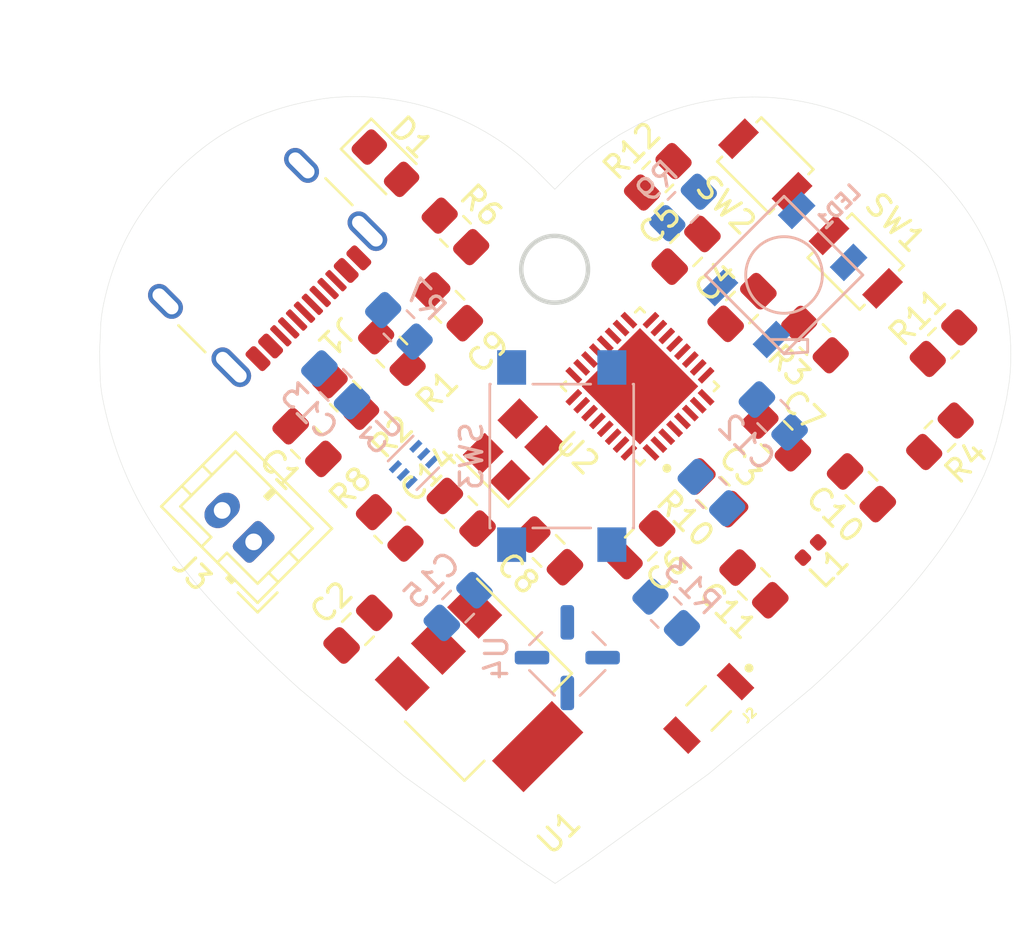
<source format=kicad_pcb>
(kicad_pcb (version 20221018) (generator pcbnew)
  (layers (0 "F.Cu" signal) (31 "B.Cu" signal) (34 "B.Paste" user) (35 "F.Paste" user) (36 "B.SilkS" user "B.Silkscreen") (37 "F.SilkS" user "F.Silkscreen") (38 "B.Mask" user) (39 "F.Mask" user) (44 "Edge.Cuts" user))
  (net 0 "")
  (net 1 "VPP")
  (net 2 "GND")
  (net 3 "+3V3")
  (net 4 "/XTAL_P")
  (net 5 "/XTAL_N")
  (net 6 "Net-(C10-Pad1)")
  (net 7 "/ANT")
  (net 8 "Net-(U2-VDD_SPI)")
  (net 9 "+5V")
  (net 10 "Net-(U4-VDD)")
  (net 11 "Net-(D1-K)")
  (net 12 "Net-(D1-A)")
  (net 13 "Net-(J1-CC1)")
  (net 14 "/USB_D+")
  (net 15 "/USB_D-")
  (net 17 "Net-(J1-CC2)")
  (net 20 "/RGB")
  (net 21 "/C3_02")
  (net 22 "/C3_08")
  (net 23 "Net-(U3-PROG)")
  (net 24 "/ADC_BM")
  (net 25 "/C3_EN")
  (net 26 "/BOOT")
  (net 27 "/USER_BTN")
  (footprint "Resistor_SMD:R_0805_2012Metric_Pad1.20x1.40mm_HandSolder" (layer "F.Cu") (at 180.594 80.01 -45)
    (fp_text reference "R1" (at 2.694077 -0.179605 -135) (layer "F.SilkS"))
    (fp_text value "5k1")
    (fp_line (start -0.227064 -0.735) (end 0.227064 -0.735) (stroke (width 0.12)) (layer "F.SilkS"))
    (fp_line (start -0.227064 0.735) (end 0.227064 0.735) (stroke (width 0.12)) (layer "F.SilkS"))
    (pad "1" smd roundrect (at -1 0 315) (size 1.2 1.4) (layers "F.Cu" "F.Paste" "F.Mask") (roundrect_rratio 0.208333) (net 13 "Net-(J1-CC1)"))
    (pad "2" smd roundrect (at 1 0 315) (size 1.2 1.4) (layers "F.Cu" "F.Paste" "F.Mask") (roundrect_rratio 0.208333) (net 2 "GND"))
  )
  (footprint "Capacitor_SMD:C_0805_2012Metric_Pad1.18x1.45mm_HandSolder" (layer "F.Cu") (at 183.706377 87.206377 135)
    (fp_text reference "C14" (at 2.246652 0.190919 225) (layer "F.SilkS"))
    (fp_text value "10u")
    (fp_line (start -0.261252 -0.735) (end 0.261252 -0.735) (stroke (width 0.12)) (layer "F.SilkS"))
    (fp_line (start -0.261252 0.735) (end 0.261252 0.735) (stroke (width 0.12)) (layer "F.SilkS"))
    (pad "1" smd roundrect (at -1.0375 0 135) (size 1.175 1.45) (layers "F.Cu" "F.Paste" "F.Mask") (roundrect_rratio 0.212766) (net 2 "GND"))
    (pad "2" smd roundrect (at 1.0375 0 135) (size 1.175 1.45) (layers "F.Cu" "F.Paste" "F.Mask") (roundrect_rratio 0.212766) (net 1 "VPP"))
  )
  (footprint "Capacitor_SMD:C_0805_2012Metric_Pad1.18x1.45mm_HandSolder" (layer "F.Cu") (at 201.676 86.106 135)
    (fp_text reference "C10" (at 0 -1.68 135) (layer "F.SilkS"))
    (fp_text value "15p")
    (fp_line (start -0.261252 -0.735) (end 0.261252 -0.735) (stroke (width 0.12)) (layer "F.SilkS"))
    (fp_line (start -0.261252 0.735) (end 0.261252 0.735) (stroke (width 0.12)) (layer "F.SilkS"))
    (pad "1" smd roundrect (at -1.0375 0 135) (size 1.175 1.45) (layers "F.Cu" "F.Paste" "F.Mask") (roundrect_rratio 0.212766) (net 6 "Net-(C10-Pad1)"))
    (pad "2" smd roundrect (at 1.0375 0 135) (size 1.175 1.45) (layers "F.Cu" "F.Paste" "F.Mask") (roundrect_rratio 0.212766) (net 2 "GND"))
  )
  (footprint "Capacitor_SMD:C_0805_2012Metric_Pad1.18x1.45mm_HandSolder" (layer "F.Cu") (at 187.63 88.94 -45)
    (fp_text reference "C8" (at -0.26163 1.689985 -45) (layer "F.SilkS"))
    (fp_text value "16p")
    (fp_line (start -0.261252 -0.735) (end 0.261252 -0.735) (stroke (width 0.12)) (layer "F.SilkS"))
    (fp_line (start -0.261252 0.735) (end 0.261252 0.735) (stroke (width 0.12)) (layer "F.SilkS"))
    (pad "1" smd roundrect (at -1.0375 0 315) (size 1.175 1.45) (layers "F.Cu" "F.Paste" "F.Mask") (roundrect_rratio 0.212766) (net 4 "/XTAL_P"))
    (pad "2" smd roundrect (at 1.0375 0 315) (size 1.175 1.45) (layers "F.Cu" "F.Paste" "F.Mask") (roundrect_rratio 0.212766) (net 2 "GND"))
  )
  (footprint "Resistor_SMD:R_0805_2012Metric_Pad1.20x1.40mm_HandSolder" (layer "F.Cu") (at 205.2 83.79 -135)
    (fp_text reference "R4" (at 0 -1.65 45) (layer "F.SilkS"))
    (fp_text value "10k")
    (fp_line (start -0.227064 -0.735) (end 0.227064 -0.735) (stroke (width 0.12)) (layer "F.SilkS"))
    (fp_line (start -0.227064 0.735) (end 0.227064 0.735) (stroke (width 0.12)) (layer "F.SilkS"))
    (pad "1" smd roundrect (at -1 0 225) (size 1.2 1.4) (layers "F.Cu" "F.Paste" "F.Mask") (roundrect_rratio 0.208333) (net 3 "+3V3"))
    (pad "2" smd roundrect (at 1 0 225) (size 1.2 1.4) (layers "F.Cu" "F.Paste" "F.Mask") (roundrect_rratio 0.208333) (net 22 "/C3_08"))
  )
  (footprint "Resistor_SMD:R_0805_2012Metric_Pad1.20x1.40mm_HandSolder" (layer "F.Cu") (at 178.507107 81.987107 -45)
    (fp_text reference "R2" (at 2.771707 -0.179605 -135) (layer "F.SilkS"))
    (fp_text value "5k1")
    (fp_line (start -0.227064 -0.735) (end 0.227064 -0.735) (stroke (width 0.12)) (layer "F.SilkS"))
    (fp_line (start -0.227064 0.735) (end 0.227064 0.735) (stroke (width 0.12)) (layer "F.SilkS"))
    (pad "1" smd roundrect (at -1 0 315) (size 1.2 1.4) (layers "F.Cu" "F.Paste" "F.Mask") (roundrect_rratio 0.208333) (net 17 "Net-(J1-CC2)"))
    (pad "2" smd roundrect (at 1 0 315) (size 1.2 1.4) (layers "F.Cu" "F.Paste" "F.Mask") (roundrect_rratio 0.208333) (net 2 "GND"))
  )
  (footprint "smd_ant:XDCR_AMCA31-2R450G-S1F-T3" (layer "F.Cu") (at 194.818 96.012 -135)
    (fp_text reference "J2" (at -1.06 -1.5 45) (layer "F.SilkS") (effects (font (size 0.393701 0.393701) (thickness 0.098425))))
    (fp_text value "CONUFL001-SMD-T")
    (fp_line (start -0.6 -0.8) (end 0.6 -0.8) (stroke (width 0.127)) (layer "F.SilkS"))
    (fp_line (start -0.6 0.8) (end 0.6 0.8) (stroke (width 0.127)) (layer "F.SilkS"))
    (fp_circle (center -2.558 0) (end -2.458 0) (stroke (width 0.2)) (fill none) (layer "F.SilkS"))
    (pad "1" smd rect (at -1.7 0 225) (size 0.8 1.6) (layers "F.Cu" "F.Paste" "F.Mask") (net 6 "Net-(C10-Pad1)"))
    (pad "2" smd rect (at 1.7 0 225) (size 0.8 1.6) (layers "F.Cu" "F.Paste" "F.Mask") (net 2 "GND"))
  )
  (footprint "Resistor_SMD:R_0805_2012Metric_Pad1.20x1.40mm_HandSolder" (layer "F.Cu") (at 205.36 79.61 45)
    (fp_text reference "R11" (at 0 -1.65 45) (layer "F.SilkS"))
    (fp_text value "10k")
    (fp_line (start -0.227064 -0.735) (end 0.227064 -0.735) (stroke (width 0.12)) (layer "F.SilkS"))
    (fp_line (start -0.227064 0.735) (end 0.227064 0.735) (stroke (width 0.12)) (layer "F.SilkS"))
    (pad "1" smd roundrect (at -1 0 45) (size 1.2 1.4) (layers "F.Cu" "F.Paste" "F.Mask") (roundrect_rratio 0.208333) (net 3 "+3V3"))
    (pad "2" smd roundrect (at 1 0 45) (size 1.2 1.4) (layers "F.Cu" "F.Paste" "F.Mask") (roundrect_rratio 0.208333) (net 25 "/C3_EN"))
  )
  (footprint "Capacitor_SMD:C_0805_2012Metric_Pad1.18x1.45mm_HandSolder" (layer "F.Cu") (at 196.313623 78.006377 45)
    (fp_text reference "C4" (at 0 -1.68 45) (layer "F.SilkS"))
    (fp_text value "10u")
    (fp_line (start -0.261252 -0.735) (end 0.261252 -0.735) (stroke (width 0.12)) (layer "F.SilkS"))
    (fp_line (start -0.261252 0.735) (end 0.261252 0.735) (stroke (width 0.12)) (layer "F.SilkS"))
    (pad "1" smd roundrect (at -1.0375 0 45) (size 1.175 1.45) (layers "F.Cu" "F.Paste" "F.Mask") (roundrect_rratio 0.212766) (net 3 "+3V3"))
    (pad "2" smd roundrect (at 1.0375 0 45) (size 1.175 1.45) (layers "F.Cu" "F.Paste" "F.Mask") (roundrect_rratio 0.212766) (net 2 "GND"))
  )
  (footprint "Capacitor_SMD:C_0805_2012Metric_Pad1.18x1.45mm_HandSolder" (layer "F.Cu") (at 176.784 84.074 135)
    (fp_text reference "C1" (at 0 -1.68 135) (layer "F.SilkS"))
    (fp_text value "10u")
    (fp_line (start -0.261252 -0.735) (end 0.261252 -0.735) (stroke (width 0.12)) (layer "F.SilkS"))
    (fp_line (start -0.261252 0.735) (end 0.261252 0.735) (stroke (width 0.12)) (layer "F.SilkS"))
    (pad "1" smd roundrect (at -1.0375 0 135) (size 1.175 1.45) (layers "F.Cu" "F.Paste" "F.Mask") (roundrect_rratio 0.212766) (net 1 "VPP"))
    (pad "2" smd roundrect (at 1.0375 0 135) (size 1.175 1.45) (layers "F.Cu" "F.Paste" "F.Mask") (roundrect_rratio 0.212766) (net 2 "GND"))
  )
  (footprint "Capacitor_SMD:C_0805_2012Metric_Pad1.18x1.45mm_HandSolder" (layer "F.Cu") (at 196.85 90.424 135)
    (fp_text reference "C11" (at 0 -1.68 135) (layer "F.SilkS"))
    (fp_text value "15p")
    (fp_line (start -0.261252 -0.735) (end 0.261252 -0.735) (stroke (width 0.12)) (layer "F.SilkS"))
    (fp_line (start -0.261252 0.735) (end 0.261252 0.735) (stroke (width 0.12)) (layer "F.SilkS"))
    (pad "1" smd roundrect (at -1.0375 0 135) (size 1.175 1.45) (layers "F.Cu" "F.Paste" "F.Mask") (roundrect_rratio 0.212766) (net 7 "/ANT"))
    (pad "2" smd roundrect (at 1.0375 0 135) (size 1.175 1.45) (layers "F.Cu" "F.Paste" "F.Mask") (roundrect_rratio 0.212766) (net 2 "GND"))
  )
  (footprint "Crystal:Crystal_SMD_3225-4Pin_3.2x2.5mm" (layer "F.Cu") (at 186.073223 84.378858 45)
    (fp_text reference "Y1" hide)
    (fp_text value "ABM8-272-T3")
    (fp_line (start -2 -1.65) (end -2 1.65) (stroke (width 0.12)) (layer "F.SilkS"))
    (fp_line (start -2 1.65) (end 2 1.65) (stroke (width 0.12)) (layer "F.SilkS"))
    (pad "1" smd rect (at -1.1 0.85 45) (size 1.4 1.2) (layers "F.Cu" "F.Paste" "F.Mask") (net 4 "/XTAL_P"))
    (pad "2" smd rect (at 1.1 0.85 45) (size 1.4 1.2) (layers "F.Cu" "F.Paste" "F.Mask") (net 2 "GND"))
    (pad "3" smd rect (at 1.1 -0.85 45) (size 1.4 1.2) (layers "F.Cu" "F.Paste" "F.Mask") (net 5 "/XTAL_N"))
    (pad "4" smd rect (at -1.1 -0.85 45) (size 1.4 1.2) (layers "F.Cu" "F.Paste" "F.Mask") (net 2 "GND"))
  )
  (footprint "Resistor_SMD:R_0805_2012Metric_Pad1.20x1.40mm_HandSolder" (layer "F.Cu") (at 192.532 72.136 45)
    (fp_text reference "R12" (at 0 -1.65 45) (layer "F.SilkS"))
    (fp_text value "10k")
    (fp_line (start -0.227064 -0.735) (end 0.227064 -0.735) (stroke (width 0.12)) (layer "F.SilkS"))
    (fp_line (start -0.227064 0.735) (end 0.227064 0.735) (stroke (width 0.12)) (layer "F.SilkS"))
    (pad "1" smd roundrect (at -1 0 45) (size 1.2 1.4) (layers "F.Cu" "F.Paste" "F.Mask") (roundrect_rratio 0.208333) (net 3 "+3V3"))
    (pad "2" smd roundrect (at 1 0 45) (size 1.2 1.4) (layers "F.Cu" "F.Paste" "F.Mask") (roundrect_rratio 0.208333) (net 26 "/BOOT"))
  )
  (footprint "Button_Switch_SMD:SW_SPST_B3U-1000P" (layer "F.Cu") (at 197.358 71.628 135)
    (fp_text reference "SW2" (at 0 -2.5 135) (layer "F.SilkS"))
    (fp_text value "SW_Push")
    (fp_line (start -1.65 -1.4) (end 1.65 -1.4) (stroke (width 0.12)) (layer "F.SilkS"))
    (fp_line (start -1.65 -1.1) (end -1.65 -1.4) (stroke (width 0.12)) (layer "F.SilkS"))
    (fp_line (start -1.65 1.1) (end -1.65 1.4) (stroke (width 0.12)) (layer "F.SilkS"))
    (fp_line (start -1.65 1.4) (end 1.65 1.4) (stroke (width 0.12)) (layer "F.SilkS"))
    (fp_line (start 1.65 -1.4) (end 1.65 -1.1) (stroke (width 0.12)) (layer "F.SilkS"))
    (fp_line (start 1.65 1.4) (end 1.65 1.1) (stroke (width 0.12)) (layer "F.SilkS"))
    (pad "1" smd rect (at -1.7 0 135) (size 0.9 1.7) (layers "F.Cu" "F.Paste" "F.Mask") (net 2 "GND"))
    (pad "2" smd rect (at 1.7 0 135) (size 0.9 1.7) (layers "F.Cu" "F.Paste" "F.Mask") (net 26 "/BOOT"))
  )
  (footprint "Inductor_SMD:L_0402_1005Metric" (layer "F.Cu") (at 199.39 88.9 -135)
    (fp_text reference "L1" (at 0 -1.17 45) (layer "F.SilkS"))
    (fp_text value "1nH")
    (pad "1" smd roundrect (at -0.485 0 225) (size 0.59 0.64) (layers "F.Cu" "F.Paste" "F.Mask") (net 6 "Net-(C10-Pad1)"))
    (pad "2" smd roundrect (at 0.485 0 225) (size 0.59 0.64) (layers "F.Cu" "F.Paste" "F.Mask") (net 7 "/ANT"))
  )
  (footprint "Capacitor_SMD:C_0805_2012Metric_Pad1.18x1.45mm_HandSolder" (layer "F.Cu") (at 179.07 92.456 45)
    (fp_text reference "C2" (at 0 -1.68 45) (layer "F.SilkS"))
    (fp_text value "10u")
    (fp_line (start -0.261252 -0.735) (end 0.261252 -0.735) (stroke (width 0.12)) (layer "F.SilkS"))
    (fp_line (start -0.261252 0.735) (end 0.261252 0.735) (stroke (width 0.12)) (layer "F.SilkS"))
    (pad "1" smd roundrect (at -1.0375 0 45) (size 1.175 1.45) (layers "F.Cu" "F.Paste" "F.Mask") (roundrect_rratio 0.212766) (net 3 "+3V3"))
    (pad "2" smd roundrect (at 1.0375 0 45) (size 1.175 1.45) (layers "F.Cu" "F.Paste" "F.Mask") (roundrect_rratio 0.212766) (net 2 "GND"))
  )
  (footprint "Capacitor_SMD:C_0805_2012Metric_Pad1.18x1.45mm_HandSolder" (layer "F.Cu") (at 193.802 75.438 45)
    (fp_text reference "C5" (at 0 -1.68 45) (layer "F.SilkS"))
    (fp_text value "10u")
    (fp_line (start -0.261252 -0.735) (end 0.261252 -0.735) (stroke (width 0.12)) (layer "F.SilkS"))
    (fp_line (start -0.261252 0.735) (end 0.261252 0.735) (stroke (width 0.12)) (layer "F.SilkS"))
    (pad "1" smd roundrect (at -1.0375 0 45) (size 1.175 1.45) (layers "F.Cu" "F.Paste" "F.Mask") (roundrect_rratio 0.212766) (net 3 "+3V3"))
    (pad "2" smd roundrect (at 1.0375 0 45) (size 1.175 1.45) (layers "F.Cu" "F.Paste" "F.Mask") (roundrect_rratio 0.212766) (net 2 "GND"))
  )
  (footprint "Capacitor_SMD:C_0805_2012Metric_Pad1.18x1.45mm_HandSolder" (layer "F.Cu") (at 195.043623 86.331623 -45)
    (fp_text reference "C3" (at 0 -1.68 135) (layer "F.SilkS"))
    (fp_text value "10u")
    (fp_line (start -0.261252 -0.735) (end 0.261252 -0.735) (stroke (width 0.12)) (layer "F.SilkS"))
    (fp_line (start -0.261252 0.735) (end 0.261252 0.735) (stroke (width 0.12)) (layer "F.SilkS"))
    (pad "1" smd roundrect (at -1.0375 0 315) (size 1.175 1.45) (layers "F.Cu" "F.Paste" "F.Mask") (roundrect_rratio 0.212766) (net 3 "+3V3"))
    (pad "2" smd roundrect (at 1.0375 0 315) (size 1.175 1.45) (layers "F.Cu" "F.Paste" "F.Mask") (roundrect_rratio 0.212766) (net 2 "GND"))
  )
  (footprint "Capacitor_SMD:C_0805_2012Metric_Pad1.18x1.45mm_HandSolder" (layer "F.Cu") (at 197.866 83.82 -45)
    (fp_text reference "C7" (at 0 -1.68 135) (layer "F.SilkS"))
    (fp_text value "0.1u")
    (fp_line (start -0.261252 -0.735) (end 0.261252 -0.735) (stroke (width 0.12)) (layer "F.SilkS"))
    (fp_line (start -0.261252 0.735) (end 0.261252 0.735) (stroke (width 0.12)) (layer "F.SilkS"))
    (pad "1" smd roundrect (at -1.0375 0 315) (size 1.175 1.45) (layers "F.Cu" "F.Paste" "F.Mask") (roundrect_rratio 0.212766) (net 3 "+3V3"))
    (pad "2" smd roundrect (at 1.0375 0 315) (size 1.175 1.45) (layers "F.Cu" "F.Paste" "F.Mask") (roundrect_rratio 0.212766) (net 2 "GND"))
  )
  (footprint "Capacitor_SMD:C_0805_2012Metric_Pad1.18x1.45mm_HandSolder" (layer "F.Cu") (at 191.77 88.6675 -135)
    (fp_text reference "C6" (at 0 -1.68 45) (layer "F.SilkS"))
    (fp_text value "0.1u")
    (fp_line (start -0.261252 -0.735) (end 0.261252 -0.735) (stroke (width 0.12)) (layer "F.SilkS"))
    (fp_line (start -0.261252 0.735) (end 0.261252 0.735) (stroke (width 0.12)) (layer "F.SilkS"))
    (pad "1" smd roundrect (at -1.0375 0 225) (size 1.175 1.45) (layers "F.Cu" "F.Paste" "F.Mask") (roundrect_rratio 0.212766) (net 3 "+3V3"))
    (pad "2" smd roundrect (at 1.0375 0 225) (size 1.175 1.45) (layers "F.Cu" "F.Paste" "F.Mask") (roundrect_rratio 0.212766) (net 2 "GND"))
  )
  (footprint "esp32c3fh4:QFN50P500X500X90-33N" (layer "F.Cu") (at 191.730924 81.547025 135)
    (fp_text reference "U2" (at -0.135 -4.105 135) (layer "F.SilkS"))
    (fp_text value "ESP32-C3FH4")
    (fp_line (start -2.5 -2.5) (end -2.5 -2.205) (stroke (width 0.127)) (layer "F.SilkS"))
    (fp_line (start -2.5 -2.5) (end -2.205 -2.5) (stroke (width 0.127)) (layer "F.SilkS"))
    (fp_line (start -2.5 2.5) (end -2.5 2.205) (stroke (width 0.127)) (layer "F.SilkS"))
    (fp_line (start -2.5 2.5) (end -2.205 2.5) (stroke (width 0.127)) (layer "F.SilkS"))
    (fp_line (start 2.5 -2.5) (end 2.205 -2.5) (stroke (width 0.127)) (layer "F.SilkS"))
    (fp_line (start 2.5 -2.5) (end 2.5 -2.205) (stroke (width 0.127)) (layer "F.SilkS"))
    (fp_line (start 2.5 2.5) (end 2.205 2.5) (stroke (width 0.127)) (layer "F.SilkS"))
    (fp_line (start 2.5 2.5) (end 2.5 2.205) (stroke (width 0.127)) (layer "F.SilkS"))
    (fp_circle (center -3.46 -1.75) (end -3.36 -1.75) (stroke (width 0.2)) (fill none) (layer "F.SilkS"))
    (pad "1" smd roundrect (at -2.45 -1.75 135) (size 0.81 0.27) (layers "F.Cu" "F.Paste" "F.Mask") (roundrect_rratio 0.03) (net 7 "/ANT"))
    (pad "2" smd roundrect (at -2.45 -1.25 135) (size 0.81 0.27) (layers "F.Cu" "F.Paste" "F.Mask") (roundrect_rratio 0.03) (net 3 "+3V3"))
    (pad "3" smd roundrect (at -2.45 -0.75 135) (size 0.81 0.27) (layers "F.Cu" "F.Paste" "F.Mask") (roundrect_rratio 0.03) (net 3 "+3V3"))
    (pad "4" smd roundrect (at -2.45 -0.25 135) (size 0.81 0.27) (layers "F.Cu" "F.Paste" "F.Mask") (roundrect_rratio 0.03))
    (pad "5" smd roundrect (at -2.45 0.25 135) (size 0.81 0.27) (layers "F.Cu" "F.Paste" "F.Mask") (roundrect_rratio 0.03))
    (pad "6" smd roundrect (at -2.45 0.75 135) (size 0.81 0.27) (layers "F.Cu" "F.Paste" "F.Mask") (roundrect_rratio 0.03) (net 21 "/C3_02"))
    (pad "7" smd roundrect (at -2.45 1.25 135) (size 0.81 0.27) (layers "F.Cu" "F.Paste" "F.Mask") (roundrect_rratio 0.03) (net 25 "/C3_EN"))
    (pad "8" smd roundrect (at -2.45 1.75 135) (size 0.81 0.27) (layers "F.Cu" "F.Paste" "F.Mask") (roundrect_rratio 0.03))
    (pad "9" smd roundrect (at -1.75 2.45 135) (size 0.27 0.81) (layers "F.Cu" "F.Paste" "F.Mask") (roundrect_rratio 0.1) (net 24 "/ADC_BM"))
    (pad "10" smd roundrect (at -1.25 2.45 135) (size 0.27 0.81) (layers "F.Cu" "F.Paste" "F.Mask") (roundrect_rratio 0.1))
    (pad "11" smd roundrect (at -0.75 2.45 135) (size 0.27 0.81) (layers "F.Cu" "F.Paste" "F.Mask") (roundrect_rratio 0.1) (net 3 "+3V3"))
    (pad "12" smd roundrect (at -0.25 2.45 135) (size 0.27 0.81) (layers "F.Cu" "F.Paste" "F.Mask") (roundrect_rratio 0.1) (net 20 "/RGB"))
    (pad "13" smd roundrect (at 0.25 2.45 135) (size 0.27 0.81) (layers "F.Cu" "F.Paste" "F.Mask") (roundrect_rratio 0.1))
    (pad "14" smd roundrect (at 0.75 2.45 135) (size 0.27 0.81) (layers "F.Cu" "F.Paste" "F.Mask") (roundrect_rratio 0.1) (net 22 "/C3_08"))
    (pad "15" smd roundrect (at 1.25 2.45 135) (size 0.27 0.81) (layers "F.Cu" "F.Paste" "F.Mask") (roundrect_rratio 0.1) (net 26 "/BOOT"))
    (pad "16" smd roundrect (at 1.75 2.45 135) (size 0.27 0.81) (layers "F.Cu" "F.Paste" "F.Mask") (roundrect_rratio 0.1) (net 27 "/USER_BTN"))
    (pad "17" smd roundrect (at 2.45 1.75 135) (size 0.81 0.27) (layers "F.Cu" "F.Paste" "F.Mask") (roundrect_rratio 0.03) (net 3 "+3V3"))
    (pad "18" smd roundrect (at 2.45 1.25 135) (size 0.81 0.27) (layers "F.Cu" "F.Paste" "F.Mask") (roundrect_rratio 0.03) (net 8 "Net-(U2-VDD_SPI)"))
    (pad "19" smd roundrect (at 2.45 0.75 135) (size 0.81 0.27) (layers "F.Cu" "F.Paste" "F.Mask") (roundrect_rratio 0.03))
    (pad "20" smd roundrect (at 2.45 0.25 135) (size 0.81 0.27) (layers "F.Cu" "F.Paste" "F.Mask") (roundrect_rratio 0.03))
    (pad "21" smd roundrect (at 2.45 -0.25 135) (size 0.81 0.27) (layers "F.Cu" "F.Paste" "F.Mask") (roundrect_rratio 0.03))
    (pad "22" smd roundrect (at 2.45 -0.75 135) (size 0.81 0.27) (layers "F.Cu" "F.Paste" "F.Mask") (roundrect_rratio 0.03))
    (pad "23" smd roundrect (at 2.45 -1.25 135) (size 0.81 0.27) (layers "F.Cu" "F.Paste" "F.Mask") (roundrect_rratio 0.03))
    (pad "24" smd roundrect (at 2.45 -1.75 135) (size 0.81 0.27) (layers "F.Cu" "F.Paste" "F.Mask") (roundrect_rratio 0.03))
    (pad "25" smd roundrect (at 1.75 -2.45 135) (size 0.27 0.81) (layers "F.Cu" "F.Paste" "F.Mask") (roundrect_rratio 0.1) (net 15 "/USB_D-"))
    (pad "26" smd roundrect (at 1.25 -2.45 135) (size 0.27 0.81) (layers "F.Cu" "F.Paste" "F.Mask") (roundrect_rratio 0.1) (net 14 "/USB_D+"))
    (pad "27" smd roundrect (at 0.75 -2.45 135) (size 0.27 0.81) (layers "F.Cu" "F.Paste" "F.Mask") (roundrect_rratio 0.1))
    (pad "28" smd roundrect (at 0.25 -2.45 135) (size 0.27 0.81) (layers "F.Cu" "F.Paste" "F.Mask") (roundrect_rratio 0.1))
    (pad "29" smd roundrect (at -0.25 -2.45 135) (size 0.27 0.81) (layers "F.Cu" "F.Paste" "F.Mask") (roundrect_rratio 0.1) (net 5 "/XTAL_N"))
    (pad "30" smd roundrect (at -0.75 -2.45 135) (size 0.27 0.81) (layers "F.Cu" "F.Paste" "F.Mask") (roundrect_rratio 0.1) (net 4 "/XTAL_P"))
    (pad "31" smd roundrect (at -1.25 -2.45 135) (size 0.27 0.81) (layers "F.Cu" "F.Paste" "F.Mask") (roundrect_rratio 0.1) (net 3 "+3V3"))
    (pad "32" smd roundrect (at -1.75 -2.45 135) (size 0.27 0.81) (layers "F.Cu" "F.Paste" "F.Mask") (roundrect_rratio 0.1) (net 3 "+3V3"))
    (pad "33" smd rect (at 0 0 135) (size 3.7 3.7) (layers "F.Cu" "F.Mask") (net 2 "GND"))
  )
  (footprint "Connector_USB:USB_C_Receptacle_GCT_USB4105-xx-A_16P_TopMnt_Horizontal" (layer "F.Cu") (at 174.244 75.438 -135)
    (fp_text reference "J1" (at 0 -5.5 -135 unlocked) (layer "F.SilkS"))
    (fp_text value "USB_C_Receptacle_USB2.0")
    (fp_line (start -4.67 -0.1) (end -4.67 -1.8) (stroke (width 0.12)) (layer "F.SilkS"))
    (fp_line (start 4.67 -0.1) (end 4.67 -1.8) (stroke (width 0.12)) (layer "F.SilkS"))
    (pad "" np_thru_hole circle (at -2.89 -2.605 225) (size 0.65 0.65) (drill 0.65) (layers "F&B.Cu" "*.Mask"))
    (pad "" np_thru_hole circle (at 2.89 -2.605 225) (size 0.65 0.65) (drill 0.65) (layers "F&B.Cu" "*.Mask"))
    (pad "A1" smd roundrect (at -3.2 -3.68 225) (size 0.6 1.15) (layers "F.Cu" "F.Paste" "F.Mask") (net 2 "GND"))
    (pad "A4" smd roundrect (at -2.4 -3.68 225) (size 0.6 1.15) (layers "F.Cu" "F.Paste" "F.Mask") (net 9 "+5V"))
    (pad "A5" smd roundrect (at -1.25 -3.68 225) (size 0.3 1.15) (layers "F.Cu" "F.Paste" "F.Mask") (net 13 "Net-(J1-CC1)"))
    (pad "A6" smd roundrect (at -0.25 -3.68 225) (size 0.3 1.15) (layers "F.Cu" "F.Paste" "F.Mask") (net 14 "/USB_D+"))
    (pad "A7" smd roundrect (at 0.25 -3.68 225) (size 0.3 1.15) (layers "F.Cu" "F.Paste" "F.Mask") (net 15 "/USB_D-"))
    (pad "A8" smd roundrect (at 1.25 -3.68 225) (size 0.3 1.15) (layers "F.Cu" "F.Paste" "F.Mask"))
    (pad "A9" smd roundrect (at 2.4 -3.68 225) (size 0.6 1.15) (layers "F.Cu" "F.Paste" "F.Mask") (net 9 "+5V"))
    (pad "A12" smd roundrect (at 3.2 -3.68 225) (size 0.6 1.15) (layers "F.Cu" "F.Paste" "F.Mask") (net 2 "GND"))
    (pad "B1" smd roundrect (at 3.2 -3.68 225) (size 0.6 1.15) (layers "F.Cu" "F.Paste" "F.Mask") (net 2 "GND"))
    (pad "B4" smd roundrect (at 2.4 -3.68 225) (size 0.6 1.15) (layers "F.Cu" "F.Paste" "F.Mask") (net 9 "+5V"))
    (pad "B5" smd roundrect (at 1.75 -3.68 225) (size 0.3 1.15) (layers "F.Cu" "F.Paste" "F.Mask") (net 17 "Net-(J1-CC2)"))
    (pad "B6" smd roundrect (at 0.75 -3.68 225) (size 0.3 1.15) (layers "F.Cu" "F.Paste" "F.Mask") (net 14 "/USB_D+"))
    (pad "B7" smd roundrect (at -0.75 -3.68 225) (size 0.3 1.15) (layers "F.Cu" "F.Paste" "F.Mask") (net 15 "/USB_D-"))
    (pad "B8" smd roundrect (at -1.75 -3.68 225) (size 0.3 1.15) (layers "F.Cu" "F.Paste" "F.Mask"))
    (pad "B9" smd roundrect (at -2.4 -3.68 225) (size 0.6 1.15) (layers "F.Cu" "F.Paste" "F.Mask") (net 9 "+5V"))
    (pad "B12" smd roundrect (at -3.2 -3.68 225) (size 0.6 1.15) (layers "F.Cu" "F.Paste" "F.Mask") (net 2 "GND"))
    (pad "S1" thru_hole oval (at -4.32 -3.105 225) (size 1 2.1) (drill oval 0.6 1.7) (layers "*.Cu" "*.Mask" "F.Paste") (net 2 "GND"))
    (pad "S1" thru_hole oval (at -4.32 1.075 225) (size 1 1.8) (drill oval 0.6 1.4) (layers "*.Cu" "*.Mask" "F.Paste") (net 2 "GND"))
    (pad "S1" thru_hole oval (at 4.32 -3.105 225) (size 1 2.1) (drill oval 0.6 1.7) (layers "*.Cu" "*.Mask" "F.Paste") (net 2 "GND"))
    (pad "S1" thru_hole oval (at 4.32 1.075 225) (size 1 1.8) (drill oval 0.6 1.4) (layers "*.Cu" "*.Mask" "F.Paste") (net 2 "GND"))
  )
  (footprint "Button_Switch_SMD:SW_SPST_B3U-1000P" (layer "F.Cu") (at 201.422 75.946 -45)
    (fp_text reference "SW1" (at 0 -2.5 135) (layer "F.SilkS"))
    (fp_text value "SW_Push")
    (fp_line (start -1.65 -1.4) (end 1.65 -1.4) (stroke (width 0.12)) (layer "F.SilkS"))
    (fp_line (start -1.65 -1.1) (end -1.65 -1.4) (stroke (width 0.12)) (layer "F.SilkS"))
    (fp_line (start -1.65 1.1) (end -1.65 1.4) (stroke (width 0.12)) (layer "F.SilkS"))
    (fp_line (start -1.65 1.4) (end 1.65 1.4) (stroke (width 0.12)) (layer "F.SilkS"))
    (fp_line (start 1.65 -1.4) (end 1.65 -1.1) (stroke (width 0.12)) (layer "F.SilkS"))
    (fp_line (start 1.65 1.4) (end 1.65 1.1) (stroke (width 0.12)) (layer "F.SilkS"))
    (pad "1" smd rect (at -1.7 0 315) (size 0.9 1.7) (layers "F.Cu" "F.Paste" "F.Mask") (net 2 "GND"))
    (pad "2" smd rect (at 1.7 0 315) (size 0.9 1.7) (layers "F.Cu" "F.Paste" "F.Mask") (net 25 "/C3_EN"))
  )
  (footprint "Resistor_SMD:R_0805_2012Metric_Pad1.20x1.40mm_HandSolder" (layer "F.Cu") (at 183.447107 74.587107 -45)
    (fp_text reference "R6" (at 0 -1.65 135) (layer "F.SilkS"))
    (fp_text value "1k")
    (fp_line (start -0.227064 -0.735) (end 0.227064 -0.735) (stroke (width 0.12)) (layer "F.SilkS"))
    (fp_line (start -0.227064 0.735) (end 0.227064 0.735) (stroke (width 0.12)) (layer "F.SilkS"))
    (pad "1" smd roundrect (at -1 0 315) (size 1.2 1.4) (layers "F.Cu" "F.Paste" "F.Mask") (roundrect_rratio 0.208333) (net 12 "Net-(D1-A)"))
    (pad "2" smd roundrect (at 1 0 315) (size 1.2 1.4) (layers "F.Cu" "F.Paste" "F.Mask") (roundrect_rratio 0.208333) (net 9 "+5V"))
  )
  (footprint "Resistor_SMD:R_0805_2012Metric_Pad1.20x1.40mm_HandSolder" (layer "F.Cu") (at 180.497107 87.907107 -45)
    (fp_text reference "R8" (at -2.52028 -0.021213 -135) (layer "F.SilkS"))
    (fp_text value "100")
    (fp_line (start -0.227064 -0.735) (end 0.227064 -0.735) (stroke (width 0.12)) (layer "F.SilkS"))
    (fp_line (start -0.227064 0.735) (end 0.227064 0.735) (stroke (width 0.12)) (layer "F.SilkS"))
    (pad "1" smd roundrect (at -1 0 315) (size 1.2 1.4) (layers "F.Cu" "F.Paste" "F.Mask") (roundrect_rratio 0.208333) (net 1 "VPP"))
    (pad "2" smd roundrect (at 1 0 315) (size 1.2 1.4) (layers "F.Cu" "F.Paste" "F.Mask") (roundrect_rratio 0.208333) (net 10 "Net-(U4-VDD)"))
  )
  (footprint "Capacitor_SMD:C_0805_2012Metric_Pad1.18x1.45mm_HandSolder" (layer "F.Cu") (at 183.134 77.978 135)
    (fp_text reference "C9" (at -2.694077 -0.179605 225) (layer "F.SilkS"))
    (fp_text value "16p")
    (fp_line (start -0.261252 -0.735) (end 0.261252 -0.735) (stroke (width 0.12)) (layer "F.SilkS"))
    (fp_line (start -0.261252 0.735) (end 0.261252 0.735) (stroke (width 0.12)) (layer "F.SilkS"))
    (pad "1" smd roundrect (at -1.0375 0 135) (size 1.175 1.45) (layers "F.Cu" "F.Paste" "F.Mask") (roundrect_rratio 0.212766) (net 5 "/XTAL_N"))
    (pad "2" smd roundrect (at 1.0375 0 135) (size 1.175 1.45) (layers "F.Cu" "F.Paste" "F.Mask") (roundrect_rratio 0.212766) (net 2 "GND"))
  )
  (footprint "Connector_JST:JST_PH_B2B-PH-K_1x02_P2.00mm_Vertical" (layer "F.Cu") (at 174.388214 88.536214 135)
    (fp_text reference "J3" (at 1 -2.9 135) (layer "F.SilkS"))
    (fp_text value "Conn_01x02_Pin")
    (fp_line (start -2.36 -2.11) (end -2.36 -0.86) (stroke (width 0.12)) (layer "F.SilkS"))
    (fp_line (start -2.06 -1.81) (end -2.06 2.91) (stroke (width 0.12)) (layer "F.SilkS"))
    (fp_line (start -2.06 -0.5) (end -1.45 -0.5) (stroke (width 0.12)) (layer "F.SilkS"))
    (fp_line (start -2.06 0.8) (end -1.45 0.8) (stroke (width 0.12)) (layer "F.SilkS"))
    (fp_line (start -2.06 2.91) (end 4.06 2.91) (stroke (width 0.12)) (layer "F.SilkS"))
    (fp_line (start -1.45 -1.2) (end -1.45 2.3) (stroke (width 0.12)) (layer "F.SilkS"))
    (fp_line (start -1.45 2.3) (end 3.45 2.3) (stroke (width 0.12)) (layer "F.SilkS"))
    (fp_line (start -1.11 -2.11) (end -2.36 -2.11) (stroke (width 0.12)) (layer "F.SilkS"))
    (fp_line (start -0.6 -2.01) (end -0.6 -1.81) (stroke (width 0.12)) (layer "F.SilkS"))
    (fp_line (start -0.3 -2.01) (end -0.6 -2.01) (stroke (width 0.12)) (layer "F.SilkS"))
    (fp_line (start -0.3 -1.91) (end -0.6 -1.91) (stroke (width 0.12)) (layer "F.SilkS"))
    (fp_line (start -0.3 -1.81) (end -0.3 -2.01) (stroke (width 0.12)) (layer "F.SilkS"))
    (fp_line (start 0.5 -1.81) (end 0.5 -1.2) (stroke (width 0.12)) (layer "F.SilkS"))
    (fp_line (start 0.5 -1.2) (end -1.45 -1.2) (stroke (width 0.12)) (layer "F.SilkS"))
    (fp_line (start 0.9 1.8) (end 1.1 1.8) (stroke (width 0.12)) (layer "F.SilkS"))
    (fp_line (start 0.9 2.3) (end 0.9 1.8) (stroke (width 0.12)) (layer "F.SilkS"))
    (fp_line (start 1 2.3) (end 1 1.8) (stroke (width 0.12)) (layer "F.SilkS"))
    (fp_line (start 1.1 1.8) (end 1.1 2.3) (stroke (width 0.12)) (layer "F.SilkS"))
    (fp_line (start 1.5 -1.2) (end 1.5 -1.81) (stroke (width 0.12)) (layer "F.SilkS"))
    (fp_line (start 3.45 -1.2) (end 1.5 -1.2) (stroke (width 0.12)) (layer "F.SilkS"))
    (fp_line (start 3.45 2.3) (end 3.45 -1.2) (stroke (width 0.12)) (layer "F.SilkS"))
    (fp_line (start 4.06 -1.81) (end -2.06 -1.81) (stroke (width 0.12)) (layer "F.SilkS"))
    (fp_line (start 4.06 -0.5) (end 3.45 -0.5) (stroke (width 0.12)) (layer "F.SilkS"))
    (fp_line (start 4.06 0.8) (end 3.45 0.8) (stroke (width 0.12)) (layer "F.SilkS"))
    (fp_line (start 4.06 2.91) (end 4.06 -1.81) (stroke (width 0.12)) (layer "F.SilkS"))
    (pad "1" thru_hole roundrect (at 0 0 135) (size 1.2 1.75) (drill 0.75) (layers "*.Cu" "*.Mask") (roundrect_rratio 0.208333) (net 1 "VPP"))
    (pad "2" thru_hole oval (at 2 0 135) (size 1.2 1.75) (drill 0.75) (layers "*.Cu" "*.Mask") (net 2 "GND"))
  )
  (footprint "LED_SMD:LED_0805_2012Metric_Pad1.15x1.40mm_HandSolder" (layer "F.Cu") (at 180.305216 71.525216 -45)
    (fp_text reference "D1" (at 0 -1.65 135) (layer "F.SilkS"))
    (fp_text value "LED_Small")
    (fp_line (start -1.86 -0.96) (end -1.86 0.96) (stroke (width 0.12)) (layer "F.SilkS"))
    (fp_line (start -1.86 0.96) (end 1 0.96) (stroke (width 0.12)) (layer "F.SilkS"))
    (fp_line (start 1 -0.96) (end -1.86 -0.96) (stroke (width 0.12)) (layer "F.SilkS"))
    (pad "1" smd roundrect (at -1.025 0 315) (size 1.15 1.4) (layers "F.Cu" "F.Paste" "F.Mask") (roundrect_rratio 0.217391) (net 11 "Net-(D1-K)"))
    (pad "2" smd roundrect (at 1.025 0 315) (size 1.15 1.4) (layers "F.Cu" "F.Paste" "F.Mask") (roundrect_rratio 0.217391) (net 12 "Net-(D1-A)"))
  )
  (footprint "Resistor_SMD:R_0805_2012Metric_Pad1.20x1.40mm_HandSolder" (layer "F.Cu") (at 199.589107 79.447107 135)
    (fp_text reference "R3" (at 0 -1.65 135) (layer "F.SilkS"))
    (fp_text value "10k")
    (fp_line (start -0.227064 -0.735) (end 0.227064 -0.735) (stroke (width 0.12)) (layer "F.SilkS"))
    (fp_line (start -0.227064 0.735) (end 0.227064 0.735) (stroke (width 0.12)) (layer "F.SilkS"))
    (pad "1" smd roundrect (at -1 0 135) (size 1.2 1.4) (layers "F.Cu" "F.Paste" "F.Mask") (roundrect_rratio 0.208333) (net 3 "+3V3"))
    (pad "2" smd roundrect (at 1 0 135) (size 1.2 1.4) (layers "F.Cu" "F.Paste" "F.Mask") (roundrect_rratio 0.208333) (net 21 "/C3_02"))
  )
  (footprint "Package_TO_SOT_SMD:SOT-223-3_TabPin2" (layer "F.Cu") (at 184.912 95.504 -45)
    (fp_text reference "U1" (at 6.560523 2.060523 -135) (layer "F.SilkS"))
    (fp_text value "NCP1117-3.3_SOT223")
    (fp_line (start -4.1 -3.41) (end 1.91 -3.41) (stroke (width 0.12)) (layer "F.SilkS"))
    (fp_line (start -1.85 3.41) (end 1.91 3.41) (stroke (width 0.12)) (layer "F.SilkS"))
    (fp_line (start 1.91 -3.41) (end 1.91 -2.15) (stroke (width 0.12)) (layer "F.SilkS"))
    (fp_line (start 1.91 3.41) (end 1.91 2.15) (stroke (width 0.12)) (layer "F.SilkS"))
    (pad "1" smd rect (at -3.15 -2.3 315) (size 2 1.5) (layers "F.Cu" "F.Paste" "F.Mask") (net 2 "GND"))
    (pad "2" smd rect (at -3.15 0 315) (size 2 1.5) (layers "F.Cu" "F.Paste" "F.Mask") (net 3 "+3V3"))
    (pad "2" smd rect (at 3.15 0 315) (size 2 3.8) (layers "F.Cu" "F.Paste" "F.Mask") (net 3 "+3V3"))
    (pad "3" smd rect (at -3.15 2.3 315) (size 2 1.5) (layers "F.Cu" "F.Paste" "F.Mask") (net 1 "VPP"))
  )
  (footprint "Package_DFN_QFN:Mini-Circuits_FG873-4_3x3mm" (layer "B.Cu") (at 188.47 93.735 -90)
    (fp_text reference "U4" (at 0 3.175 90) (layer "B.SilkS") (effects (justify mirror)))
    (fp_text value "~")
    (fp_line (start -1.14 -1.14) (end -0.57 -1.71) (stroke (width 0.12)) (layer "B.SilkS"))
    (fp_line (start -0.57 1.7) (end -1.13 1.14) (stroke (width 0.12)) (layer "B.SilkS"))
    (fp_line (start 0.57 -1.7) (end 1.7 -0.57) (stroke (width 0.12)) (layer "B.SilkS"))
    (fp_line (start 1.7 0.57) (end 0.57 1.7) (stroke (width 0.12)) (layer "B.SilkS"))
    (pad "1" smd roundrect (at -1.585 0 270) (size 1.55 0.61) (layers "B.Cu" "B.Paste" "B.Mask") (net 10 "Net-(U4-VDD)"))
    (pad "2" smd roundrect (at 0 -1.585 270) (size 0.61 1.55) (layers "B.Cu" "B.Paste" "B.Mask") (net 2 "GND"))
    (pad "3" smd roundrect (at 1.585 0 270) (size 1.55 0.61) (layers "B.Cu" "B.Paste" "B.Mask") (net 2 "GND"))
    (pad "4" smd roundrect (at 0 1.585 270) (size 0.61 1.55) (layers "B.Cu" "B.Paste" "B.Mask") (net 2 "GND"))
  )
  (footprint "Resistor_SMD:R_0805_2012Metric_Pad1.20x1.40mm_HandSolder" (layer "B.Cu") (at 192.91 91.7 135)
    (fp_text reference "R13" (at 0 1.65 135) (layer "B.SilkS") (effects (justify mirror)))
    (fp_text value "10k")
    (fp_line (start -0.227064 -0.735) (end 0.227064 -0.735) (stroke (width 0.12)) (layer "B.SilkS"))
    (fp_line (start -0.227064 0.735) (end 0.227064 0.735) (stroke (width 0.12)) (layer "B.SilkS"))
    (pad "1" smd roundrect (at -1 0 135) (size 1.2 1.4) (layers "B.Cu" "B.Paste" "B.Mask") (roundrect_rratio 0.208333) (net 3 "+3V3"))
    (pad "2" smd roundrect (at 1 0 135) (size 1.2 1.4) (layers "B.Cu" "B.Paste" "B.Mask") (roundrect_rratio 0.208333) (net 27 "/USER_BTN"))
  )
  (footprint "neopixel:WS2812B" (layer "B.Cu") (at 198.200862 76.545685 45)
    (fp_text reference "LED1" (at 3.898901 -0.4445 45) (layer "B.SilkS") (effects (font (size 0.64 0.64)) (justify mirror)))
    (fp_text value "WS2812B")
    (fp_line (start -2.5 -2.5) (end -2.5 1.6) (stroke (width 0.127)) (layer "B.SilkS"))
    (fp_line (start -2.5 1.6) (end -2.5 2.5) (stroke (width 0.127)) (layer "B.SilkS"))
    (fp_line (start -2.5 1.6) (end -1.6 2.5) (stroke (width 0.127)) (layer "B.SilkS"))
    (fp_line (start -2.5 2.5) (end -1.6 2.5) (stroke (width 0.127)) (layer "B.SilkS"))
    (fp_line (start -1.7 3.2) (end -2.5 2.5) (stroke (width 0.127)) (layer "B.SilkS"))
    (fp_line (start -1.6 2.5) (end -1.3 2.8) (stroke (width 0.127)) (layer "B.SilkS"))
    (fp_line (start -1.6 2.5) (end 2.5 2.5) (stroke (width 0.127)) (layer "B.SilkS"))
    (fp_line (start -1.3 2.8) (end -1.7 3.2) (stroke (width 0.127)) (layer "B.SilkS"))
    (fp_line (start 2.5 -2.5) (end -2.5 -2.5) (stroke (width 0.127)) (layer "B.SilkS"))
    (fp_line (start 2.5 2.5) (end 2.5 -2.5) (stroke (width 0.127)) (layer "B.SilkS"))
    (fp_circle (center 0 0) (end 1.72046 0) (stroke (width 0.127)) (fill none) (layer "B.SilkS"))
    (pad "1-VDD" smd rect (at 2.45 -1.65 225) (size 1.5 0.9) (layers "B.Cu" "B.Paste" "B.Mask") (net 1 "VPP"))
    (pad "2-DOUT" smd rect (at 2.45 1.65 225) (size 1.5 0.9) (layers "B.Cu" "B.Paste" "B.Mask"))
    (pad "3-GND" smd rect (at -2.45 1.65 225) (size 1.5 0.9) (layers "B.Cu" "B.Paste" "B.Mask") (net 2 "GND"))
    (pad "4-DIN" smd rect (at -2.45 -1.65 225) (size 1.5 0.9) (layers "B.Cu" "B.Paste" "B.Mask") (net 20 "/RGB"))
  )
  (footprint "Capacitor_SMD:C_0805_2012Metric_Pad1.18x1.45mm_HandSolder" (layer "B.Cu") (at 183.57 91.44 -135)
    (fp_text reference "C15" (at 0 1.68 45) (layer "B.SilkS") (effects (justify mirror)))
    (fp_text value "0.1u")
    (fp_line (start -0.261252 -0.735) (end 0.261252 -0.735) (stroke (width 0.12)) (layer "B.SilkS"))
    (fp_line (start -0.261252 0.735) (end 0.261252 0.735) (stroke (width 0.12)) (layer "B.SilkS"))
    (pad "1" smd roundrect (at -1.0375 0 225) (size 1.175 1.45) (layers "B.Cu" "B.Paste" "B.Mask") (roundrect_rratio 0.212766) (net 10 "Net-(U4-VDD)"))
    (pad "2" smd roundrect (at 1.0375 0 225) (size 1.175 1.45) (layers "B.Cu" "B.Paste" "B.Mask") (roundrect_rratio 0.212766) (net 2 "GND"))
  )
  (footprint "Package_DFN_QFN:ST_UQFN-6L_1.5x1.7mm_P0.5mm" (layer "B.Cu") (at 181.563934 85.053173 -135)
    (fp_text reference "U3" (at 0 2.000001 45) (layer "B.SilkS") (effects (justify mirror)))
    (fp_text value "~")
    (fp_line (start 0.7 -0.91) (end -0.7 -0.91) (stroke (width 0.12)) (layer "B.SilkS"))
    (fp_line (start 0.7 0.91) (end -0.89 0.91) (stroke (width 0.12)) (layer "B.SilkS"))
    (pad "1" smd rect (at -0.65 0.5 225) (size 0.6 0.25) (layers "B.Cu" "B.Paste" "B.Mask") (net 23 "Net-(U3-PROG)"))
    (pad "2" smd rect (at -0.65 0 225) (size 0.6 0.25) (layers "B.Cu" "B.Paste" "B.Mask") (net 2 "GND"))
    (pad "3" smd rect (at -0.65 -0.5 225) (size 0.6 0.25) (layers "B.Cu" "B.Paste" "B.Mask") (net 9 "+5V"))
    (pad "4" smd rect (at 0.65 -0.5 225) (size 0.6 0.25) (layers "B.Cu" "B.Paste" "B.Mask") (net 1 "VPP"))
    (pad "5" smd rect (at 0.65 0 225) (size 0.6 0.25) (layers "B.Cu" "B.Paste" "B.Mask") (net 11 "Net-(D1-K)"))
    (pad "6" smd rect (at 0.65 0.5 225) (size 0.6 0.25) (layers "B.Cu" "B.Paste" "B.Mask"))
  )
  (footprint "Resistor_SMD:R_0805_2012Metric_Pad1.20x1.40mm_HandSolder" (layer "B.Cu") (at 180.91 78.83 135)
    (fp_text reference "R7" (at 0 1.65 135) (layer "B.SilkS") (effects (justify mirror)))
    (fp_text value "47.5k")
    (fp_line (start -0.227064 -0.735) (end 0.227064 -0.735) (stroke (width 0.12)) (layer "B.SilkS"))
    (fp_line (start -0.227064 0.735) (end 0.227064 0.735) (stroke (width 0.12)) (layer "B.SilkS"))
    (pad "1" smd roundrect (at -1 0 135) (size 1.2 1.4) (layers "B.Cu" "B.Paste" "B.Mask") (roundrect_rratio 0.208333) (net 23 "Net-(U3-PROG)"))
    (pad "2" smd roundrect (at 1 0 135) (size 1.2 1.4) (layers "B.Cu" "B.Paste" "B.Mask") (roundrect_rratio 0.208333) (net 2 "GND"))
  )
  (footprint "Capacitor_SMD:C_0805_2012Metric_Pad1.18x1.45mm_HandSolder" (layer "B.Cu") (at 197.716377 82.876377 -45)
    (fp_text reference "C12" (at 0 1.679999 135) (layer "B.SilkS") (effects (justify mirror)))
    (fp_text value "1uF")
    (fp_line (start -0.261252 -0.735) (end 0.261252 -0.735) (stroke (width 0.12)) (layer "B.SilkS"))
    (fp_line (start -0.261252 0.735) (end 0.261252 0.735) (stroke (width 0.12)) (layer "B.SilkS"))
    (pad "1" smd roundrect (at -1.0375 0 315) (size 1.175 1.45) (layers "B.Cu" "B.Paste" "B.Mask") (roundrect_rratio 0.212766) (net 8 "Net-(U2-VDD_SPI)"))
    (pad "2" smd roundrect (at 1.0375 0 315) (size 1.175 1.45) (layers "B.Cu" "B.Paste" "B.Mask") (roundrect_rratio 0.212766) (net 2 "GND"))
  )
  (footprint "Button_Switch_SMD:SW_SPST_PTS645" (layer "B.Cu") (at 188.22 84.68 -90)
    (fp_text reference "SW3" (at 0 4.05 90) (layer "B.SilkS") (effects (justify mirror)))
    (fp_text value "SW_Push")
    (fp_line (start -3.23 -3.23) (end -3.23 -3.2) (stroke (width 0.12)) (layer "B.SilkS"))
    (fp_line (start -3.23 -3.23) (end 3.23 -3.23) (stroke (width 0.12)) (layer "B.SilkS"))
    (fp_line (start -3.23 1.3) (end -3.23 -1.3) (stroke (width 0.12)) (layer "B.SilkS"))
    (fp_line (start -3.23 3.2) (end -3.23 3.23) (stroke (width 0.12)) (layer "B.SilkS"))
    (fp_line (start -3.23 3.23) (end 3.23 3.23) (stroke (width 0.12)) (layer "B.SilkS"))
    (fp_line (start 3.23 -3.23) (end 3.23 -3.2) (stroke (width 0.12)) (layer "B.SilkS"))
    (fp_line (start 3.23 1.3) (end 3.23 -1.3) (stroke (width 0.12)) (layer "B.SilkS"))
    (fp_line (start 3.23 3.23) (end 3.23 3.2) (stroke (width 0.12)) (layer "B.SilkS"))
    (pad "1" smd rect (at -3.98 2.25 270) (size 1.55 1.3) (layers "B.Cu" "B.Paste" "B.Mask") (net 2 "GND"))
    (pad "1" smd rect (at 3.98 2.25 270) (size 1.55 1.3) (layers "B.Cu" "B.Paste" "B.Mask") (net 2 "GND"))
    (pad "2" smd rect (at -3.98 -2.25 270) (size 1.55 1.3) (layers "B.Cu" "B.Paste" "B.Mask") (net 27 "/USER_BTN"))
    (pad "2" smd rect (at 3.98 -2.25 270) (size 1.55 1.3) (layers "B.Cu" "B.Paste" "B.Mask") (net 27 "/USER_BTN"))
  )
  (footprint "Resistor_SMD:R_0805_2012Metric_Pad1.20x1.40mm_HandSolder" (layer "B.Cu") (at 194.94 86.32 -45)
    (fp_text reference "R10" (at 0 1.65 135) (layer "F.SilkS"))
    (fp_text value "10k")
    (fp_line (start -0.227064 -0.735) (end 0.227064 -0.735) (stroke (width 0.12)) (layer "B.SilkS"))
    (fp_line (start -0.227064 0.735) (end 0.227064 0.735) (stroke (width 0.12)) (layer "B.SilkS"))
    (pad "1" smd roundrect (at -1 0 315) (size 1.2 1.4) (layers "B.Cu" "B.Paste" "B.Mask") (roundrect_rratio 0.208333) (net 24 "/ADC_BM"))
    (pad "2" smd roundrect (at 1 0 315) (size 1.2 1.4) (layers "B.Cu" "B.Paste" "B.Mask") (roundrect_rratio 0.208333) (net 2 "GND"))
  )
  (footprint "Capacitor_SMD:C_0805_2012Metric_Pad1.18x1.45mm_HandSolder" (layer "B.Cu") (at 178.073623 81.483623 -45)
    (fp_text reference "C13" (at 0 1.679999 135) (layer "B.SilkS") (effects (justify mirror)))
    (fp_text value "10u")
    (fp_line (start -0.261252 -0.735) (end 0.261252 -0.735) (stroke (width 0.12)) (layer "B.SilkS"))
    (fp_line (start -0.261252 0.735) (end 0.261252 0.735) (stroke (width 0.12)) (layer "B.SilkS"))
    (pad "1" smd roundrect (at -1.0375 0 315) (size 1.175 1.45) (layers "B.Cu" "B.Paste" "B.Mask") (roundrect_rratio 0.212766) (net 9 "+5V"))
    (pad "2" smd roundrect (at 1.0375 0 315) (size 1.175 1.45) (layers "B.Cu" "B.Paste" "B.Mask") (roundrect_rratio 0.212766) (net 2 "GND"))
  )
  (footprint "Resistor_SMD:R_0805_2012Metric_Pad1.20x1.40mm_HandSolder" (layer "B.Cu") (at 193.667107 73.512893 -135)
    (fp_text reference "R9" (at 0 1.65 45) (layer "B.SilkS") (effects (justify mirror)))
    (fp_text value "10k")
    (fp_line (start -0.227064 -0.735) (end 0.227064 -0.735) (stroke (width 0.12)) (layer "B.SilkS"))
    (fp_line (start -0.227064 0.735) (end 0.227064 0.735) (stroke (width 0.12)) (layer "B.SilkS"))
    (pad "1" smd roundrect (at -1 0 225) (size 1.2 1.4) (layers "B.Cu" "B.Paste" "B.Mask") (roundrect_rratio 0.208333) (net 1 "VPP"))
    (pad "2" smd roundrect (at 1 0 225) (size 1.2 1.4) (layers "B.Cu" "B.Paste" "B.Mask") (roundrect_rratio 0.208333) (net 24 "/ADC_BM"))
  )
  (gr_arc (start 203.531637 70.7054) (mid 204.274375 71.299395) (end 204.970566 71.947321) (stroke (width 0.016)) (layer "Edge.Cuts"))
  (gr_arc (start 170.825768 71.985054) (mid 171.424214 71.41736) (end 172.05546 70.886379) (stroke (width 0.016)) (layer "Edge.Cuts"))
  (gr_arc (start 194.140227 68.871014) (mid 195.463987 68.633251) (end 196.80638 68.550469) (stroke (width 0.016)) (layer "Edge.Cuts"))
  (gr_arc (start 201.990261 69.759982) (mid 202.781511 70.199167) (end 203.531637 70.7054) (stroke (width 0.016)) (layer "Edge.Cuts"))
  (gr_line (start 207.17607 85.548184) (end 207.463265 84.842664) (stroke (width 0.016)) (layer "Edge.Cuts"))
  (gr_line (start 176.433759 95.131293) (end 181.12984 99.054312) (stroke (width 0.016)) (layer "Edge.Cuts"))
  (gr_line (start 187.910261 72.697607) (end 187.200837 71.980031) (stroke (width 0.016)) (layer "Edge.Cuts"))
  (gr_line (start 191.623818 69.796537) (end 190.794318 70.25772) (stroke (width 0.016)) (layer "Edge.Cuts"))
  (gr_line (start 176.595763 68.799355) (end 176.230261 68.884683) (stroke (width 0.016)) (layer "Edge.Cuts"))
  (gr_arc (start 169.685288 73.293709) (mid 170.234231 72.620821) (end 170.825768 71.985054) (stroke (width 0.016)) (layer "Edge.Cuts"))
  (gr_arc (start 182.808524 69.204507) (mid 184.022315 69.7117) (end 185.172367 70.35038) (stroke (width 0.016)) (layer "Edge.Cuts"))
  (gr_arc (start 172.05546 70.886379) (mid 172.6738 70.433327) (end 173.324079 70.027449) (stroke (width 0.016)) (layer "Edge.Cuts"))
  (gr_arc (start 208.37513 79.722163) (mid 208.375893 80.5204) (end 208.314665 81.316286) (stroke (width 0.016)) (layer "Edge.Cuts"))
  (gr_arc (start 168.794401 74.669747) (mid 169.213275 73.964526) (end 169.685288 73.293709) (stroke (width 0.016)) (layer "Edge.Cuts"))
  (gr_arc (start 173.324079 70.027449) (mid 173.997166 69.674214) (end 174.694858 69.372475) (stroke (width 0.016)) (layer "Edge.Cuts"))
  (gr_arc (start 167.614608 82.127227) (mid 167.540203 81.668371) (end 167.498613 81.205386) (stroke (width 0.016)) (layer "Edge.Cuts"))
  (gr_arc (start 203.181814 91.373985) (mid 201.355091 93.271748) (end 199.444444 95.08499) (stroke (width 0.016)) (layer "Edge.Cuts"))
  (gr_line (start 205.85355 87.956286) (end 206.321802 87.19962) (stroke (width 0.016)) (layer "Edge.Cuts"))
  (gr_line (start 176.999761 68.716356) (end 176.595763 68.799355) (stroke (width 0.016)) (layer "Edge.Cuts"))
  (gr_line (start 194.816564 98.955204) (end 199.444444 95.08499) (stroke (width 0.016)) (layer "Edge.Cuts"))
  (gr_arc (start 168.509859 85.163655) (mid 168.235884 84.430757) (end 167.997489 83.685526) (stroke (width 0.016)) (layer "Edge.Cuts"))
  (gr_line (start 167.523117 78.759587) (end 167.471695 79.984587) (stroke (width 0.016)) (layer "Edge.Cuts"))
  (gr_line (start 167.471695 79.984587) (end 167.498613 81.205386) (stroke (width 0.016)) (layer "Edge.Cuts"))
  (gr_arc (start 180.255814 68.609882) (mid 181.548745 68.836035) (end 182.808524 69.204507) (stroke (width 0.016)) (layer "Edge.Cuts"))
  (gr_arc (start 169.926 87.884) (mid 169.522915 87.232924) (end 169.152719 86.562602) (stroke (width 0.016)) (layer "Edge.Cuts"))
  (gr_arc (start 191.623818 69.796537) (mid 192.855 69.260303) (end 194.140227 68.871014) (stroke (width 0.016)) (layer "Edge.Cuts"))
  (gr_line (start 206.321802 87.19962) (end 206.778321 86.366107) (stroke (width 0.016)) (layer "Edge.Cuts"))
  (gr_circle (center 187.9 76.29) (end 189.4 76.29) (stroke (width 0.2)) (fill none) (layer "Edge.Cuts"))
  (gr_line (start 208.19315 82.08701) (end 208.314665 81.316286) (stroke (width 0.016)) (layer "Edge.Cuts"))
  (gr_arc (start 174.694858 69.372475) (mid 175.454868 69.10437) (end 176.230261 68.884683) (stroke (width 0.016)) (layer "Edge.Cuts"))
  (gr_arc (start 172.621264 91.346161) (mid 171.202396 89.670537) (end 169.926 87.884) (stroke (width 0.016)) (layer "Edge.Cuts"))
  (gr_arc (start 207.170269 74.956286) (mid 207.506816 75.693954) (end 207.787169 76.454757) (stroke (width 0.016)) (layer "Edge.Cuts"))
  (gr_line (start 189.302862 71.341773) (end 188.619685 71.980031) (stroke (width 0.016)) (layer "Edge.Cuts"))
  (gr_arc (start 207.787169 76.454757) (mid 208.018758 77.256577) (end 208.194705 78.072415) (stroke (width 0.016)) (layer "Edge.Cuts"))
  (gr_line (start 190.024162 70.770183) (end 189.302862 71.341773) (stroke (width 0.016)) (layer "Edge.Cuts"))
  (gr_arc (start 204.970566 71.947321) (mid 205.619007 72.648279) (end 206.213372 73.39564) (stroke (width 0.016)) (layer "Edge.Cuts"))
  (gr_arc (start 185.172367 70.35038) (mid 186.233222 71.107177) (end 187.200837 71.980031) (stroke (width 0.016)) (layer "Edge.Cuts"))
  (gr_line (start 207.978926 83.058678) (end 208.19315 82.08701) (stroke (width 0.016)) (layer "Edge.Cuts"))
  (gr_arc (start 196.80638 68.550469) (mid 198.148398 68.623791) (end 199.472862 68.852231) (stroke (width 0.016)) (layer "Edge.Cuts"))
  (gr_line (start 187.922645 103.878625) (end 189.415913 102.864191) (stroke (width 0.016)) (layer "Edge.Cuts"))
  (gr_line (start 186.536453 102.945733) (end 187.922645 103.878625) (stroke (width 0.016)) (layer "Edge.Cuts"))
  (gr_line (start 177.670261 68.606043) (end 177.381307 68.647116) (stroke (width 0.016)) (layer "Edge.Cuts"))
  (gr_arc (start 205.85355 87.956286) (mid 204.586248 89.718736) (end 203.181814 91.373985) (stroke (width 0.016)) (layer "Edge.Cuts"))
  (gr_arc (start 167.997489 83.685526) (mid 167.788668 82.910647) (end 167.614608 82.127227) (stroke (width 0.016)) (layer "Edge.Cuts"))
  (gr_arc (start 167.523117 78.759587) (mid 167.574255 78.288113) (end 167.657364 77.821213) (stroke (width 0.016)) (layer "Edge.Cuts"))
  (gr_arc (start 177.670261 68.606043) (mid 178.963149 68.532909) (end 180.255814 68.609882) (stroke (width 0.016)) (layer "Edge.Cuts"))
  (gr_arc (start 208.194705 78.072415) (mid 208.313431 78.894171) (end 208.37513 79.722163) (stroke (width 0.016)) (layer "Edge.Cuts"))
  (gr_arc (start 167.657364 77.821213) (mid 167.865116 76.984238) (end 168.127733 76.162825) (stroke (width 0.016)) (layer "Edge.Cuts"))
  (gr_line (start 190.794318 70.25772) (end 190.024162 70.770183) (stroke (width 0.016)) (layer "Edge.Cuts"))
  (gr_line (start 177.381307 68.647116) (end 176.999761 68.716356) (stroke (width 0.016)) (layer "Edge.Cuts"))
  (gr_arc (start 168.127733 76.162825) (mid 168.432155 75.403377) (end 168.794401 74.669747) (stroke (width 0.016)) (layer "Edge.Cuts"))
  (gr_arc (start 199.472862 68.852231) (mid 200.758184 69.232276) (end 201.990261 69.759982) (stroke (width 0.016)) (layer "Edge.Cuts"))
  (gr_line (start 181.12984 99.054312) (end 186.536453 102.945733) (stroke (width 0.016)) (layer "Edge.Cuts"))
  (gr_line (start 207.463265 84.842664) (end 207.72154 84.038832) (stroke (width 0.016)) (layer "Edge.Cuts"))
  (gr_arc (start 176.433759 95.131293) (mid 174.484677 93.281871) (end 172.621264 91.346161) (stroke (width 0.016)) (layer "Edge.Cuts"))
  (gr_line (start 188.619685 71.980031) (end 187.910261 72.697607) (stroke (width 0.016)) (layer "Edge.Cuts"))
  (gr_arc (start 169.152719 86.562602) (mid 168.814169 85.870996) (end 168.509859 85.163655) (stroke (width 0.016)) (layer "Edge.Cuts"))
  (gr_arc (start 206.213372 73.39564) (mid 206.72481 74.155735) (end 207.170269 74.956286) (stroke (width 0.016)) (layer "Edge.Cuts"))
  (gr_line (start 207.72154 84.038832) (end 207.978926 83.058678) (stroke (width 0.016)) (layer "Edge.Cuts"))
  (gr_line (start 206.778321 86.366107) (end 207.17607 85.548184) (stroke (width 0.016)) (layer "Edge.Cuts"))
  (gr_line (start 189.415913 102.864191) (end 194.816564 98.955204) (stroke (width 0.016)) (layer "Edge.Cuts"))
)
</source>
